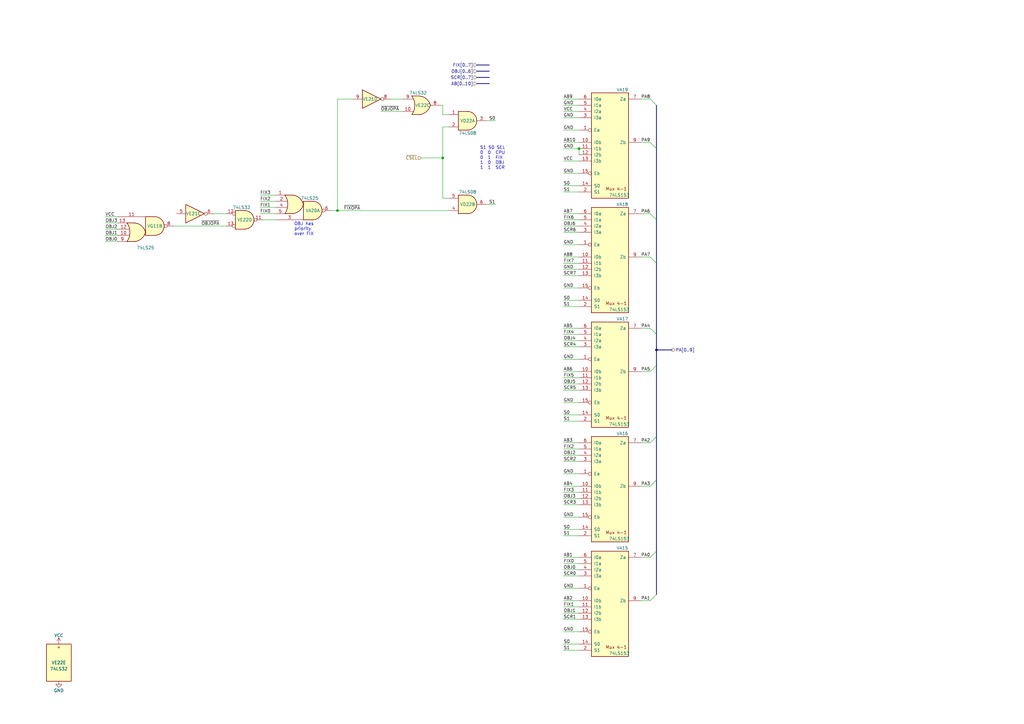
<source format=kicad_sch>
(kicad_sch (version 20231120) (generator "eeschema") (generator_version "8.0")
  (paper "A3")
  (title_block (date "2024-10-12") (company "JOTEGO") (comment 1 "Jose Tejada"))
  (lib_symbols
    (symbol "jt74:74LS04" (pin_names (offset 1.016))
      (property "Reference" "U" (at 0 1.27 0))
      (property "Value" "74LS04" (at 0 -1.27 0))
      (symbol "74LS04_1_0"
        (polyline (pts (xy -3.81 3.81) (xy -3.81 -3.81) (xy 3.81 0) (xy -3.81 3.81)) (stroke (width 0.254)) (fill (type background)))
        (pin input line (at -7.62 0 0) (length 3.81) (name "~") (number "1"))
        (pin output inverted (at 7.62 0 180) (length 3.81) (name "~") (number "2"))
      )
      (symbol "74LS04_2_0"
        (polyline (pts (xy -3.81 3.81) (xy -3.81 -3.81) (xy 3.81 0) (xy -3.81 3.81)) (stroke (width 0.254)) (fill (type background)))
        (pin input line (at -7.62 0 0) (length 3.81) (name "~") (number "3"))
        (pin output inverted (at 7.62 0 180) (length 3.81) (name "~") (number "4"))
      )
      (symbol "74LS04_3_0"
        (polyline (pts (xy -3.81 3.81) (xy -3.81 -3.81) (xy 3.81 0) (xy -3.81 3.81)) (stroke (width 0.254)) (fill (type background)))
        (pin input line (at -7.62 0 0) (length 3.81) (name "~") (number "5"))
        (pin output inverted (at 7.62 0 180) (length 3.81) (name "~") (number "6"))
      )
      (symbol "74LS04_4_0"
        (polyline (pts (xy -3.81 3.81) (xy -3.81 -3.81) (xy 3.81 0) (xy -3.81 3.81)) (stroke (width 0.254)) (fill (type background)))
        (pin output inverted (at 7.62 0 180) (length 3.81) (name "~") (number "8"))
        (pin input line (at -7.62 0 0) (length 3.81) (name "~") (number "9"))
      )
      (symbol "74LS04_5_0"
        (polyline (pts (xy -3.81 3.81) (xy -3.81 -3.81) (xy 3.81 0) (xy -3.81 3.81)) (stroke (width 0.254)) (fill (type background)))
        (pin output inverted (at 7.62 0 180) (length 3.81) (name "~") (number "10"))
        (pin input line (at -7.62 0 0) (length 3.81) (name "~") (number "11"))
      )
      (symbol "74LS04_6_0"
        (polyline (pts (xy -3.81 3.81) (xy -3.81 -3.81) (xy 3.81 0) (xy -3.81 3.81)) (stroke (width 0.254)) (fill (type background)))
        (pin output inverted (at 7.62 0 180) (length 3.81) (name "~") (number "12"))
        (pin input line (at -7.62 0 0) (length 3.81) (name "~") (number "13"))
      )
      (symbol "74LS04_7_0"
        (pin power_in line (at 0 7.62 270) (length 5.08) hide (name "VCC") (number "14"))
        (pin power_in line (at 0 -7.62 90) (length 5.08) hide (name "VSS") (number "7"))
      )
      (symbol "74LS04_7_1"
        (rectangle (start -5.08 7.62) (end 5.08 -7.62) (stroke (width 0.254)) (fill (type background)))
        (text "+" (at 0 6.35 0) (effects (font (size 1.27 1.27))))
      )
    )
    (symbol "jt74:74LS08" (pin_names (offset 1.016))
      (property "Reference" "U" (at 0 1.27 0))
      (property "Value" "74LS08" (at 0 -1.27 0))
      (symbol "74LS08_1_1"
        (arc (start 0 -3.81) (mid 3.7934 0) (end 0 3.81) (stroke (width 0.254)) (fill (type background)))
        (polyline (pts (xy 0 3.81) (xy -3.81 3.81) (xy -3.81 -3.81) (xy 0 -3.81)) (stroke (width 0.254)) (fill (type background)))
        (pin input line (at -7.62 2.54 0) (length 3.81) (name "~") (number "1"))
        (pin input line (at -7.62 -2.54 0) (length 3.81) (name "~") (number "2"))
        (pin output line (at 7.62 0 180) (length 3.81) (name "~") (number "3"))
      )
      (symbol "74LS08_1_2"
        (arc (start -3.81 -3.81) (mid -2.589 0) (end -3.81 3.81) (stroke (width 0.254)))
        (arc (start -0.6096 -3.81) (mid 2.1842 -2.5851) (end 3.81 0) (stroke (width 0.254)) (fill (type background)))
        (polyline (pts (xy -3.81 -3.81) (xy -0.635 -3.81)) (stroke (width 0.254)) (fill (type background)))
        (polyline (pts (xy -3.81 3.81) (xy -0.635 3.81)) (stroke (width 0.254)) (fill (type background)))
        (polyline (pts (xy -0.635 3.81) (xy -3.81 3.81) (xy -3.81 3.81) (xy -3.556 3.4036) (xy -3.0226 2.2606) (xy -2.6924 1.0414) (xy -2.6162 -0.254) (xy -2.7686 -1.4986) (xy -3.175 -2.7178) (xy -3.81 -3.81) (xy -3.81 -3.81) (xy -0.635 -3.81)) (stroke (width -25.4)) (fill (type background)))
        (arc (start 3.81 0) (mid 2.1915 2.5936) (end -0.6096 3.81) (stroke (width 0.254)) (fill (type background)))
        (pin input inverted (at -7.62 2.54 0) (length 4.318) (name "~") (number "1"))
        (pin input inverted (at -7.62 -2.54 0) (length 4.318) (name "~") (number "2"))
        (pin output inverted (at 7.62 0 180) (length 3.81) (name "~") (number "3"))
      )
      (symbol "74LS08_2_1"
        (arc (start 0 -3.81) (mid 3.7934 0) (end 0 3.81) (stroke (width 0.254)) (fill (type background)))
        (polyline (pts (xy 0 3.81) (xy -3.81 3.81) (xy -3.81 -3.81) (xy 0 -3.81)) (stroke (width 0.254)) (fill (type background)))
        (pin input line (at -7.62 2.54 0) (length 3.81) (name "~") (number "4"))
        (pin input line (at -7.62 -2.54 0) (length 3.81) (name "~") (number "5"))
        (pin output line (at 7.62 0 180) (length 3.81) (name "~") (number "6"))
      )
      (symbol "74LS08_2_2"
        (arc (start -3.81 -3.81) (mid -2.589 0) (end -3.81 3.81) (stroke (width 0.254)))
        (arc (start -0.6096 -3.81) (mid 2.1842 -2.5851) (end 3.81 0) (stroke (width 0.254)) (fill (type background)))
        (polyline (pts (xy -3.81 -3.81) (xy -0.635 -3.81)) (stroke (width 0.254)) (fill (type background)))
        (polyline (pts (xy -3.81 3.81) (xy -0.635 3.81)) (stroke (width 0.254)) (fill (type background)))
        (polyline (pts (xy -0.635 3.81) (xy -3.81 3.81) (xy -3.81 3.81) (xy -3.556 3.4036) (xy -3.0226 2.2606) (xy -2.6924 1.0414) (xy -2.6162 -0.254) (xy -2.7686 -1.4986) (xy -3.175 -2.7178) (xy -3.81 -3.81) (xy -3.81 -3.81) (xy -0.635 -3.81)) (stroke (width -25.4)) (fill (type background)))
        (arc (start 3.81 0) (mid 2.1915 2.5936) (end -0.6096 3.81) (stroke (width 0.254)) (fill (type background)))
        (pin input inverted (at -7.62 2.54 0) (length 4.318) (name "~") (number "4"))
        (pin input inverted (at -7.62 -2.54 0) (length 4.318) (name "~") (number "5"))
        (pin output inverted (at 7.62 0 180) (length 3.81) (name "~") (number "6"))
      )
      (symbol "74LS08_3_1"
        (arc (start 0 -3.81) (mid 3.7934 0) (end 0 3.81) (stroke (width 0.254)) (fill (type background)))
        (polyline (pts (xy 0 3.81) (xy -3.81 3.81) (xy -3.81 -3.81) (xy 0 -3.81)) (stroke (width 0.254)) (fill (type background)))
        (pin input line (at -7.62 -2.54 0) (length 3.81) (name "~") (number "10"))
        (pin output line (at 7.62 0 180) (length 3.81) (name "~") (number "8"))
        (pin input line (at -7.62 2.54 0) (length 3.81) (name "~") (number "9"))
      )
      (symbol "74LS08_3_2"
        (arc (start -3.81 -3.81) (mid -2.589 0) (end -3.81 3.81) (stroke (width 0.254)))
        (arc (start -0.6096 -3.81) (mid 2.1842 -2.5851) (end 3.81 0) (stroke (width 0.254)) (fill (type background)))
        (polyline (pts (xy -3.81 -3.81) (xy -0.635 -3.81)) (stroke (width 0.254)) (fill (type background)))
        (polyline (pts (xy -3.81 3.81) (xy -0.635 3.81)) (stroke (width 0.254)) (fill (type background)))
        (polyline (pts (xy -0.635 3.81) (xy -3.81 3.81) (xy -3.81 3.81) (xy -3.556 3.4036) (xy -3.0226 2.2606) (xy -2.6924 1.0414) (xy -2.6162 -0.254) (xy -2.7686 -1.4986) (xy -3.175 -2.7178) (xy -3.81 -3.81) (xy -3.81 -3.81) (xy -0.635 -3.81)) (stroke (width -25.4)) (fill (type background)))
        (arc (start 3.81 0) (mid 2.1915 2.5936) (end -0.6096 3.81) (stroke (width 0.254)) (fill (type background)))
        (pin input inverted (at -7.62 -2.54 0) (length 4.318) (name "~") (number "10"))
        (pin output inverted (at 7.62 0 180) (length 3.81) (name "~") (number "8"))
        (pin input inverted (at -7.62 2.54 0) (length 4.318) (name "~") (number "9"))
      )
      (symbol "74LS08_4_1"
        (arc (start 0 -3.81) (mid 3.7934 0) (end 0 3.81) (stroke (width 0.254)) (fill (type background)))
        (polyline (pts (xy 0 3.81) (xy -3.81 3.81) (xy -3.81 -3.81) (xy 0 -3.81)) (stroke (width 0.254)) (fill (type background)))
        (pin output line (at 7.62 0 180) (length 3.81) (name "~") (number "11"))
        (pin input line (at -7.62 2.54 0) (length 3.81) (name "~") (number "12"))
        (pin input line (at -7.62 -2.54 0) (length 3.81) (name "~") (number "13"))
      )
      (symbol "74LS08_4_2"
        (arc (start -3.81 -3.81) (mid -2.589 0) (end -3.81 3.81) (stroke (width 0.254)))
        (arc (start -0.6096 -3.81) (mid 2.1842 -2.5851) (end 3.81 0) (stroke (width 0.254)) (fill (type background)))
        (polyline (pts (xy -3.81 -3.81) (xy -0.635 -3.81)) (stroke (width 0.254)) (fill (type background)))
        (polyline (pts (xy -3.81 3.81) (xy -0.635 3.81)) (stroke (width 0.254)) (fill (type background)))
        (polyline (pts (xy -0.635 3.81) (xy -3.81 3.81) (xy -3.81 3.81) (xy -3.556 3.4036) (xy -3.0226 2.2606) (xy -2.6924 1.0414) (xy -2.6162 -0.254) (xy -2.7686 -1.4986) (xy -3.175 -2.7178) (xy -3.81 -3.81) (xy -3.81 -3.81) (xy -0.635 -3.81)) (stroke (width -25.4)) (fill (type background)))
        (arc (start 3.81 0) (mid 2.1915 2.5936) (end -0.6096 3.81) (stroke (width 0.254)) (fill (type background)))
        (pin output inverted (at 7.62 0 180) (length 3.81) (name "~") (number "11"))
        (pin input inverted (at -7.62 2.54 0) (length 4.318) (name "~") (number "12"))
        (pin input inverted (at -7.62 -2.54 0) (length 4.318) (name "~") (number "13"))
      )
      (symbol "74LS08_5_0"
        (pin power_in line (at 0 7.62 270) (length 5.08) hide (name "VCC") (number "14"))
        (pin power_in line (at 0 -7.62 90) (length 5.08) hide (name "VSS") (number "7"))
      )
      (symbol "74LS08_5_1"
        (rectangle (start -5.08 7.62) (end 5.08 -7.62) (stroke (width 0.254)) (fill (type background)))
        (text "+" (at 0 6.35 0) (effects (font (size 1.27 1.27))))
      )
    )
    (symbol "jt74:74LS153" (pin_names (offset 1.016))
      (property "Reference" "U" (at 0 5.08 0))
      (property "Value" "74LS153" (at 2.54 -21.59 0))
      (symbol "74LS153_0_0"
        (text "Mux 4-1" (at 2.54 -19.05 0) (effects (font (size 1.27 1.27))))
      )
      (symbol "74LS153_1_0"
        (pin input inverted (at -12.7 5.08 0) (length 5.08) (name "Ea") (number "1"))
        (pin input line (at -12.7 0 0) (length 5.08) (name "I0b") (number "10"))
        (pin input line (at -12.7 -2.54 0) (length 5.08) (name "I1b") (number "11"))
        (pin input line (at -12.7 -5.08 0) (length 5.08) (name "I2b") (number "12"))
        (pin input line (at -12.7 -7.62 0) (length 5.08) (name "I3b") (number "13"))
        (pin input line (at -12.7 -17.78 0) (length 5.08) (name "S0") (number "14"))
        (pin input inverted (at -12.7 -12.7 0) (length 5.08) (name "Eb") (number "15"))
        (pin input line (at -12.7 -20.32 0) (length 5.08) (name "S1") (number "2"))
        (pin input line (at -12.7 10.16 0) (length 5.08) (name "I3a") (number "3"))
        (pin input line (at -12.7 12.7 0) (length 5.08) (name "I2a") (number "4"))
        (pin input line (at -12.7 15.24 0) (length 5.08) (name "I1a") (number "5"))
        (pin input line (at -12.7 17.78 0) (length 5.08) (name "I0a") (number "6"))
        (pin output line (at 12.7 17.78 180) (length 5.08) (name "Za") (number "7"))
        (pin output line (at 12.7 0 180) (length 5.08) (name "Zb") (number "9"))
      )
      (symbol "74LS153_1_1"
        (rectangle (start -7.62 20.32) (end 7.62 -22.86) (stroke (width 0.254)) (fill (type background)))
      )
    )
    (symbol "jt74:74LS25" (pin_names (offset 1.016))
      (property "Reference" "U" (at 0 1.016 0))
      (property "Value" "74LS25" (at 0 -1.016 0))
      (symbol "74LS25_1_0"
        (pin input line (at -10.16 5.08 0) (length 3.81) (name "~") (number "1"))
        (pin input line (at -10.16 2.54 0) (length 4.826) (name "~") (number "2"))
        (pin input line (at -10.16 0 0) (length 4.826) (name "~") (number "4"))
        (pin input line (at -10.16 -2.54 0) (length 3.81) (name "~") (number "5"))
      )
      (symbol "74LS25_1_1"
        (arc (start -6.35 -2.54) (mid -5.129 1.27) (end -6.35 5.08) (stroke (width 0.254)))
        (arc (start -3.1496 -2.54) (mid -0.3545 -1.314) (end 1.27 1.27) (stroke (width 0.254)) (fill (type background)))
        (polyline (pts (xy -6.35 -2.54) (xy -3.175 -2.54)) (stroke (width 0.254)) (fill (type background)))
        (polyline (pts (xy -6.35 5.08) (xy -3.175 5.08)) (stroke (width 0.254)) (fill (type background)))
        (polyline (pts (xy 5.08 2.54) (xy 1.27 2.54) (xy 1.27 -5.08) (xy 5.08 -5.08)) (stroke (width 0.254)) (fill (type background)))
        (polyline (pts (xy -3.175 5.08) (xy -6.35 5.08) (xy -6.35 5.08) (xy -6.096 4.6736) (xy -5.5626 3.5306) (xy -5.2324 2.3114) (xy -5.1562 1.016) (xy -5.3086 -0.2286) (xy -5.715 -1.4478) (xy -6.35 -2.54) (xy -6.35 -2.54) (xy -3.175 -2.54)) (stroke (width -25.4)) (fill (type background)))
        (arc (start 1.27 1.27) (mid -0.3472 3.8625) (end -3.1496 5.08) (stroke (width 0.254)) (fill (type background)))
        (arc (start 5.08 -5.08) (mid 8.8734 -1.27) (end 5.08 2.54) (stroke (width 0.254)) (fill (type background)))
        (pin input line (at -10.16 -5.08 0) (length 11.43) (name "~") (number "3"))
        (pin output inverted (at 12.7 -1.27 180) (length 3.81) (name "~") (number "6"))
      )
      (symbol "74LS25_1_2"
        (arc (start 0 -3.81) (mid 3.7934 0) (end 0 3.81) (stroke (width 0.254)) (fill (type background)))
        (polyline (pts (xy 0 3.81) (xy -3.81 3.81) (xy -3.81 -3.81) (xy 0 -3.81)) (stroke (width 0.254)) (fill (type background)))
        (pin output line (at 7.62 0 180) (length 3.81) (name "~") (number "1"))
        (pin input inverted (at -7.62 2.54 0) (length 3.81) (name "~") (number "2"))
        (pin input inverted (at -7.62 -2.54 0) (length 3.81) (name "~") (number "3"))
      )
      (symbol "74LS25_2_0"
        (pin input line (at -10.16 2.54 0) (length 4.826) (name "~") (number "10"))
        (pin input line (at -10.16 0 0) (length 4.826) (name "~") (number "12"))
        (pin input line (at -10.16 -2.54 0) (length 3.81) (name "~") (number "13"))
        (pin input line (at -10.16 5.08 0) (length 3.81) (name "~") (number "9"))
      )
      (symbol "74LS25_2_1"
        (arc (start -6.35 -2.54) (mid -5.129 1.27) (end -6.35 5.08) (stroke (width 0.254)))
        (arc (start -3.1496 -2.54) (mid -0.3545 -1.314) (end 1.27 1.27) (stroke (width 0.254)) (fill (type background)))
        (polyline (pts (xy -6.35 -2.54) (xy -3.175 -2.54)) (stroke (width 0.254)) (fill (type background)))
        (polyline (pts (xy -6.35 5.08) (xy -3.175 5.08)) (stroke (width 0.254)) (fill (type background)))
        (polyline (pts (xy 5.08 2.54) (xy 1.27 2.54) (xy 1.27 -5.08) (xy 5.08 -5.08)) (stroke (width 0.254)) (fill (type background)))
        (polyline (pts (xy -3.175 5.08) (xy -6.35 5.08) (xy -6.35 5.08) (xy -6.096 4.6736) (xy -5.5626 3.5306) (xy -5.2324 2.3114) (xy -5.1562 1.016) (xy -5.3086 -0.2286) (xy -5.715 -1.4478) (xy -6.35 -2.54) (xy -6.35 -2.54) (xy -3.175 -2.54)) (stroke (width -25.4)) (fill (type background)))
        (arc (start 1.27 1.27) (mid -0.3472 3.8625) (end -3.1496 5.08) (stroke (width 0.254)) (fill (type background)))
        (arc (start 5.08 -5.08) (mid 8.8734 -1.27) (end 5.08 2.54) (stroke (width 0.254)) (fill (type background)))
        (pin input line (at -10.16 -5.08 0) (length 11.43) (name "~") (number "11"))
        (pin output inverted (at 12.7 -1.27 180) (length 3.81) (name "~") (number "8"))
      )
      (symbol "74LS25_2_2"
        (arc (start 0 -3.81) (mid 3.7934 0) (end 0 3.81) (stroke (width 0.254)) (fill (type background)))
        (polyline (pts (xy 0 3.81) (xy -3.81 3.81) (xy -3.81 -3.81) (xy 0 -3.81)) (stroke (width 0.254)) (fill (type background)))
        (pin output line (at 7.62 0 180) (length 3.81) (name "~") (number "4"))
        (pin input inverted (at -7.62 2.54 0) (length 3.81) (name "~") (number "5"))
        (pin input inverted (at -7.62 -2.54 0) (length 3.81) (name "~") (number "6"))
      )
      (symbol "74LS25_3_0"
        (pin power_in line (at 0 7.62 270) (length 5.08) hide (name "VCC") (number "14"))
        (pin power_in line (at 0 -7.62 90) (length 5.08) hide (name "GND") (number "7"))
      )
      (symbol "74LS25_3_1"
        (rectangle (start -5.08 7.62) (end 5.08 -7.62) (stroke (width 0.254)) (fill (type background)))
        (text "+" (at 0 6.35 0) (effects (font (size 1.27 1.27))))
      )
      (symbol "74LS25_3_2"
        (arc (start 0 -3.81) (mid 3.7934 0) (end 0 3.81) (stroke (width 0.254)) (fill (type background)))
        (polyline (pts (xy 0 3.81) (xy -3.81 3.81) (xy -3.81 -3.81) (xy 0 -3.81)) (stroke (width 0.254)) (fill (type background)))
        (pin output line (at 7.62 0 180) (length 3.81) (name "~") (number "10"))
        (pin input inverted (at -7.62 2.54 0) (length 3.81) (name "~") (number "8"))
        (pin input inverted (at -7.62 -2.54 0) (length 3.81) (name "~") (number "9"))
      )
    )
    (symbol "jt74:74LS32" (pin_names (offset 1.016))
      (property "Reference" "U" (at 0 1.27 0))
      (property "Value" "74LS32" (at 0 -1.27 0))
      (symbol "74LS32_1_1"
        (arc (start -3.81 -3.81) (mid -2.589 0) (end -3.81 3.81) (stroke (width 0.254)))
        (arc (start -0.6096 -3.81) (mid 2.1842 -2.5851) (end 3.81 0) (stroke (width 0.254)) (fill (type background)))
        (polyline (pts (xy -3.81 -3.81) (xy -0.635 -3.81)) (stroke (width 0.254)) (fill (type background)))
        (polyline (pts (xy -3.81 3.81) (xy -0.635 3.81)) (stroke (width 0.254)) (fill (type background)))
        (polyline (pts (xy -0.635 3.81) (xy -3.81 3.81) (xy -3.81 3.81) (xy -3.556 3.4036) (xy -3.0226 2.2606) (xy -2.6924 1.0414) (xy -2.6162 -0.254) (xy -2.7686 -1.4986) (xy -3.175 -2.7178) (xy -3.81 -3.81) (xy -3.81 -3.81) (xy -0.635 -3.81)) (stroke (width -25.4)) (fill (type background)))
        (arc (start 3.81 0) (mid 2.1915 2.5936) (end -0.6096 3.81) (stroke (width 0.254)) (fill (type background)))
        (pin input line (at -7.62 2.54 0) (length 4.318) (name "~") (number "1"))
        (pin input line (at -7.62 -2.54 0) (length 4.318) (name "~") (number "2"))
        (pin output line (at 7.62 0 180) (length 3.81) (name "~") (number "3"))
      )
      (symbol "74LS32_1_2"
        (arc (start 0 -3.81) (mid 3.7934 0) (end 0 3.81) (stroke (width 0.254)) (fill (type background)))
        (polyline (pts (xy 0 3.81) (xy -3.81 3.81) (xy -3.81 -3.81) (xy 0 -3.81)) (stroke (width 0.254)) (fill (type background)))
        (pin input inverted (at -7.62 2.54 0) (length 3.81) (name "~") (number "1"))
        (pin input inverted (at -7.62 -2.54 0) (length 3.81) (name "~") (number "2"))
        (pin output inverted (at 7.62 0 180) (length 3.81) (name "~") (number "3"))
      )
      (symbol "74LS32_2_1"
        (arc (start -3.81 -3.81) (mid -2.589 0) (end -3.81 3.81) (stroke (width 0.254)))
        (arc (start -0.6096 -3.81) (mid 2.1842 -2.5851) (end 3.81 0) (stroke (width 0.254)) (fill (type background)))
        (polyline (pts (xy -3.81 -3.81) (xy -0.635 -3.81)) (stroke (width 0.254)) (fill (type background)))
        (polyline (pts (xy -3.81 3.81) (xy -0.635 3.81)) (stroke (width 0.254)) (fill (type background)))
        (polyline (pts (xy -0.635 3.81) (xy -3.81 3.81) (xy -3.81 3.81) (xy -3.556 3.4036) (xy -3.0226 2.2606) (xy -2.6924 1.0414) (xy -2.6162 -0.254) (xy -2.7686 -1.4986) (xy -3.175 -2.7178) (xy -3.81 -3.81) (xy -3.81 -3.81) (xy -0.635 -3.81)) (stroke (width -25.4)) (fill (type background)))
        (arc (start 3.81 0) (mid 2.1915 2.5936) (end -0.6096 3.81) (stroke (width 0.254)) (fill (type background)))
        (pin input line (at -7.62 2.54 0) (length 4.318) (name "~") (number "4"))
        (pin input line (at -7.62 -2.54 0) (length 4.318) (name "~") (number "5"))
        (pin output line (at 7.62 0 180) (length 3.81) (name "~") (number "6"))
      )
      (symbol "74LS32_2_2"
        (arc (start 0 -3.81) (mid 3.7934 0) (end 0 3.81) (stroke (width 0.254)) (fill (type background)))
        (polyline (pts (xy 0 3.81) (xy -3.81 3.81) (xy -3.81 -3.81) (xy 0 -3.81)) (stroke (width 0.254)) (fill (type background)))
        (pin input inverted (at -7.62 2.54 0) (length 3.81) (name "~") (number "4"))
        (pin input inverted (at -7.62 -2.54 0) (length 3.81) (name "~") (number "5"))
        (pin output inverted (at 7.62 0 180) (length 3.81) (name "~") (number "6"))
      )
      (symbol "74LS32_3_1"
        (arc (start -3.81 -3.81) (mid -2.589 0) (end -3.81 3.81) (stroke (width 0.254)))
        (arc (start -0.6096 -3.81) (mid 2.1842 -2.5851) (end 3.81 0) (stroke (width 0.254)) (fill (type background)))
        (polyline (pts (xy -3.81 -3.81) (xy -0.635 -3.81)) (stroke (width 0.254)) (fill (type background)))
        (polyline (pts (xy -3.81 3.81) (xy -0.635 3.81)) (stroke (width 0.254)) (fill (type background)))
        (polyline (pts (xy -0.635 3.81) (xy -3.81 3.81) (xy -3.81 3.81) (xy -3.556 3.4036) (xy -3.0226 2.2606) (xy -2.6924 1.0414) (xy -2.6162 -0.254) (xy -2.7686 -1.4986) (xy -3.175 -2.7178) (xy -3.81 -3.81) (xy -3.81 -3.81) (xy -0.635 -3.81)) (stroke (width -25.4)) (fill (type background)))
        (arc (start 3.81 0) (mid 2.1915 2.5936) (end -0.6096 3.81) (stroke (width 0.254)) (fill (type background)))
        (pin input line (at -7.62 -2.54 0) (length 4.318) (name "~") (number "10"))
        (pin output line (at 7.62 0 180) (length 3.81) (name "~") (number "8"))
        (pin input line (at -7.62 2.54 0) (length 4.318) (name "~") (number "9"))
      )
      (symbol "74LS32_3_2"
        (arc (start 0 -3.81) (mid 3.7934 0) (end 0 3.81) (stroke (width 0.254)) (fill (type background)))
        (polyline (pts (xy 0 3.81) (xy -3.81 3.81) (xy -3.81 -3.81) (xy 0 -3.81)) (stroke (width 0.254)) (fill (type background)))
        (pin input inverted (at -7.62 -2.54 0) (length 3.81) (name "~") (number "10"))
        (pin output inverted (at 7.62 0 180) (length 3.81) (name "~") (number "8"))
        (pin input inverted (at -7.62 2.54 0) (length 3.81) (name "~") (number "9"))
      )
      (symbol "74LS32_4_1"
        (arc (start -3.81 -3.81) (mid -2.589 0) (end -3.81 3.81) (stroke (width 0.254)))
        (arc (start -0.6096 -3.81) (mid 2.1842 -2.5851) (end 3.81 0) (stroke (width 0.254)) (fill (type background)))
        (polyline (pts (xy -3.81 -3.81) (xy -0.635 -3.81)) (stroke (width 0.254)) (fill (type background)))
        (polyline (pts (xy -3.81 3.81) (xy -0.635 3.81)) (stroke (width 0.254)) (fill (type background)))
        (polyline (pts (xy -0.635 3.81) (xy -3.81 3.81) (xy -3.81 3.81) (xy -3.556 3.4036) (xy -3.0226 2.2606) (xy -2.6924 1.0414) (xy -2.6162 -0.254) (xy -2.7686 -1.4986) (xy -3.175 -2.7178) (xy -3.81 -3.81) (xy -3.81 -3.81) (xy -0.635 -3.81)) (stroke (width -25.4)) (fill (type background)))
        (arc (start 3.81 0) (mid 2.1915 2.5936) (end -0.6096 3.81) (stroke (width 0.254)) (fill (type background)))
        (pin output line (at 7.62 0 180) (length 3.81) (name "~") (number "11"))
        (pin input line (at -7.62 2.54 0) (length 4.318) (name "~") (number "12"))
        (pin input line (at -7.62 -2.54 0) (length 4.318) (name "~") (number "13"))
      )
      (symbol "74LS32_4_2"
        (arc (start 0 -3.81) (mid 3.7934 0) (end 0 3.81) (stroke (width 0.254)) (fill (type background)))
        (polyline (pts (xy 0 3.81) (xy -3.81 3.81) (xy -3.81 -3.81) (xy 0 -3.81)) (stroke (width 0.254)) (fill (type background)))
        (pin output inverted (at 7.62 0 180) (length 3.81) (name "~") (number "11"))
        (pin input inverted (at -7.62 2.54 0) (length 3.81) (name "~") (number "12"))
        (pin input inverted (at -7.62 -2.54 0) (length 3.81) (name "~") (number "13"))
      )
      (symbol "74LS32_5_0"
        (pin power_in line (at 0 7.62 270) (length 5.08) hide (name "VCC") (number "14"))
        (pin power_in line (at 0 -7.62 90) (length 5.08) hide (name "VSS") (number "7"))
      )
      (symbol "74LS32_5_1"
        (rectangle (start -5.08 7.62) (end 5.08 -7.62) (stroke (width 0.254)) (fill (type background)))
        (text "+" (at 0 6.35 0) (effects (font (size 1.27 1.27))))
      )
    )
    (symbol "power:GND" (power) (pin_numbers hide) (pin_names (offset 0) hide)
      (property "Value" "GND" (at 0 -3.81 0))
      (symbol "GND_0_1"
        (polyline (pts (xy 0 0) (xy 0 -1.27) (xy 1.27 -1.27) (xy 0 -2.54) (xy -1.27 -1.27) (xy 0 -1.27)))
      )
      (symbol "GND_1_1"
        (pin power_in line (at 0 0 270) (length 0) (name "~") (number "1"))
      )
    )
    (symbol "power:VCC" (power) (pin_numbers hide) (pin_names (offset 0) hide)
      (property "Value" "VCC" (at 0 3.556 0))
      (symbol "VCC_0_1"
        (polyline (pts (xy -0.762 1.27) (xy 0 2.54)))
        (polyline (pts (xy 0 0) (xy 0 2.54)))
        (polyline (pts (xy 0 2.54) (xy 0.762 1.27)))
      )
      (symbol "VCC_1_1"
        (pin power_in line (at 0 0 90) (length 0) (name "~") (number "1"))
      )
    )
  )
  (junction (at 237.49 60.96))
  (junction (at 181.61 64.77))
  (junction (at 269.24 143.51))
  (junction (at 138.43 86.36))
  (bus_entry (at 266.7 181.61) (size 2.54 -2.54))
  (bus_entry (at 266.7 87.63) (size 2.54 2.54))
  (bus_entry (at 266.7 40.64) (size 2.54 2.54))
  (bus_entry (at 266.7 246.38) (size 2.54 -2.54))
  (bus_entry (at 266.7 134.62) (size 2.54 2.54))
  (bus_entry (at 266.7 152.4) (size 2.54 -2.54))
  (bus_entry (at 266.7 58.42) (size 2.54 2.54))
  (bus_entry (at 266.7 228.6) (size 2.54 -2.54))
  (bus_entry (at 266.7 105.41) (size 2.54 2.54))
  (bus_entry (at 266.7 199.39) (size 2.54 -2.54))
  (wire (pts (xy 156.21 45.72) (xy 165.1 45.72)))
  (wire (pts (xy 231.14 142.24) (xy 237.49 142.24)))
  (wire (pts (xy 106.68 85.09) (xy 113.03 85.09)))
  (wire (pts (xy 231.14 181.61) (xy 237.49 181.61)))
  (wire (pts (xy 181.61 64.77) (xy 172.72 64.77)))
  (wire (pts (xy 231.14 219.71) (xy 237.49 219.71)))
  (wire (pts (xy 181.61 46.99) (xy 184.15 46.99)))
  (wire (pts (xy 231.14 87.63) (xy 237.49 87.63)))
  (bus (pts (xy 269.24 179.07) (xy 269.24 196.85)))
  (wire (pts (xy 262.89 58.42) (xy 266.7 58.42)))
  (wire (pts (xy 231.14 95.25) (xy 237.49 95.25)))
  (bus (pts (xy 269.24 143.51) (xy 275.59 143.51)))
  (wire (pts (xy 231.14 154.94) (xy 237.49 154.94)))
  (wire (pts (xy 231.14 266.7) (xy 237.49 266.7)))
  (wire (pts (xy 231.14 78.74) (xy 237.49 78.74)))
  (wire (pts (xy 184.15 52.07) (xy 181.61 52.07)))
  (wire (pts (xy 231.14 134.62) (xy 237.49 134.62)))
  (wire (pts (xy 231.14 186.69) (xy 237.49 186.69)))
  (wire (pts (xy 231.14 137.16) (xy 237.49 137.16)))
  (wire (pts (xy 231.14 90.17) (xy 237.49 90.17)))
  (wire (pts (xy 87.63 87.63) (xy 92.71 87.63)))
  (wire (pts (xy 231.14 71.12) (xy 237.49 71.12)))
  (wire (pts (xy 262.89 152.4) (xy 266.7 152.4)))
  (bus (pts (xy 269.24 60.96) (xy 269.24 90.17)))
  (wire (pts (xy 231.14 58.42) (xy 237.49 58.42)))
  (wire (pts (xy 262.89 40.64) (xy 266.7 40.64)))
  (wire (pts (xy 231.14 201.93) (xy 237.49 201.93)))
  (wire (pts (xy 231.14 152.4) (xy 237.49 152.4)))
  (wire (pts (xy 262.89 181.61) (xy 266.7 181.61)))
  (wire (pts (xy 160.02 40.64) (xy 165.1 40.64)))
  (wire (pts (xy 231.14 212.09) (xy 237.49 212.09)))
  (bus (pts (xy 269.24 226.06) (xy 269.24 243.84)))
  (wire (pts (xy 231.14 113.03) (xy 237.49 113.03)))
  (wire (pts (xy 231.14 110.49) (xy 237.49 110.49)))
  (wire (pts (xy 231.14 40.64) (xy 237.49 40.64)))
  (wire (pts (xy 181.61 64.77) (xy 181.61 81.28)))
  (wire (pts (xy 231.14 194.31) (xy 237.49 194.31)))
  (wire (pts (xy 231.14 125.73) (xy 237.49 125.73)))
  (wire (pts (xy 231.14 236.22) (xy 237.49 236.22)))
  (wire (pts (xy 231.14 248.92) (xy 237.49 248.92)))
  (wire (pts (xy 181.61 52.07) (xy 181.61 64.77)))
  (wire (pts (xy 231.14 45.72) (xy 237.49 45.72)))
  (bus (pts (xy 195.58 34.29) (xy 200.66 34.29)))
  (bus (pts (xy 195.58 31.75) (xy 200.66 31.75)))
  (bus (pts (xy 269.24 149.86) (xy 269.24 179.07)))
  (wire (pts (xy 181.61 43.18) (xy 181.61 46.99)))
  (wire (pts (xy 138.43 86.36) (xy 184.15 86.36)))
  (wire (pts (xy 106.68 80.01) (xy 113.03 80.01)))
  (wire (pts (xy 231.14 165.1) (xy 237.49 165.1)))
  (wire (pts (xy 262.89 87.63) (xy 266.7 87.63)))
  (wire (pts (xy 262.89 199.39) (xy 266.7 199.39)))
  (wire (pts (xy 180.34 43.18) (xy 181.61 43.18)))
  (bus (pts (xy 269.24 196.85) (xy 269.24 226.06)))
  (wire (pts (xy 181.61 81.28) (xy 184.15 81.28)))
  (bus (pts (xy 195.58 29.21) (xy 200.66 29.21)))
  (wire (pts (xy 231.14 105.41) (xy 237.49 105.41)))
  (wire (pts (xy 138.43 40.64) (xy 138.43 86.36)))
  (wire (pts (xy 231.14 228.6) (xy 237.49 228.6)))
  (wire (pts (xy 135.89 86.36) (xy 138.43 86.36)))
  (wire (pts (xy 231.14 100.33) (xy 237.49 100.33)))
  (wire (pts (xy 231.14 204.47) (xy 237.49 204.47)))
  (wire (pts (xy 107.95 90.17) (xy 113.03 90.17)))
  (wire (pts (xy 231.14 199.39) (xy 237.49 199.39)))
  (wire (pts (xy 231.14 189.23) (xy 237.49 189.23)))
  (wire (pts (xy 144.78 40.64) (xy 138.43 40.64)))
  (wire (pts (xy 43.18 99.06) (xy 48.26 99.06)))
  (wire (pts (xy 231.14 184.15) (xy 237.49 184.15)))
  (wire (pts (xy 106.68 87.63) (xy 113.03 87.63)))
  (wire (pts (xy 199.39 49.53) (xy 203.2 49.53)))
  (wire (pts (xy 231.14 123.19) (xy 237.49 123.19)))
  (wire (pts (xy 262.89 228.6) (xy 266.7 228.6)))
  (wire (pts (xy 231.14 48.26) (xy 237.49 48.26)))
  (wire (pts (xy 231.14 66.04) (xy 237.49 66.04)))
  (wire (pts (xy 262.89 246.38) (xy 266.7 246.38)))
  (wire (pts (xy 231.14 217.17) (xy 237.49 217.17)))
  (bus (pts (xy 195.58 26.67) (xy 200.66 26.67)))
  (wire (pts (xy 199.39 83.82) (xy 203.2 83.82)))
  (wire (pts (xy 231.14 160.02) (xy 237.49 160.02)))
  (wire (pts (xy 43.18 91.44) (xy 48.26 91.44)))
  (wire (pts (xy 106.68 82.55) (xy 113.03 82.55)))
  (wire (pts (xy 231.14 241.3) (xy 237.49 241.3)))
  (wire (pts (xy 262.89 134.62) (xy 266.7 134.62)))
  (bus (pts (xy 269.24 90.17) (xy 269.24 107.95)))
  (bus (pts (xy 269.24 137.16) (xy 269.24 143.51)))
  (wire (pts (xy 231.14 231.14) (xy 237.49 231.14)))
  (wire (pts (xy 262.89 105.41) (xy 266.7 105.41)))
  (bus (pts (xy 269.24 143.51) (xy 269.24 149.86)))
  (wire (pts (xy 231.14 172.72) (xy 237.49 172.72)))
  (wire (pts (xy 231.14 251.46) (xy 237.49 251.46)))
  (wire (pts (xy 71.12 92.71) (xy 92.71 92.71)))
  (wire (pts (xy 231.14 139.7) (xy 237.49 139.7)))
  (wire (pts (xy 231.14 264.16) (xy 237.49 264.16)))
  (wire (pts (xy 231.14 170.18) (xy 237.49 170.18)))
  (wire (pts (xy 231.14 233.68) (xy 237.49 233.68)))
  (wire (pts (xy 231.14 60.96) (xy 237.49 60.96)))
  (wire (pts (xy 231.14 259.08) (xy 237.49 259.08)))
  (wire (pts (xy 231.14 246.38) (xy 237.49 246.38)))
  (wire (pts (xy 231.14 53.34) (xy 237.49 53.34)))
  (wire (pts (xy 231.14 118.11) (xy 237.49 118.11)))
  (wire (pts (xy 43.18 88.9) (xy 48.26 88.9)))
  (wire (pts (xy 43.18 96.52) (xy 48.26 96.52)))
  (wire (pts (xy 237.49 63.5) (xy 237.49 60.96)))
  (wire (pts (xy 231.14 76.2) (xy 237.49 76.2)))
  (wire (pts (xy 43.18 93.98) (xy 48.26 93.98)))
  (wire (pts (xy 231.14 207.01) (xy 237.49 207.01)))
  (wire (pts (xy 231.14 92.71) (xy 237.49 92.71)))
  (wire (pts (xy 231.14 147.32) (xy 237.49 147.32)))
  (bus (pts (xy 269.24 107.95) (xy 269.24 137.16)))
  (bus (pts (xy 269.24 43.18) (xy 269.24 60.96)))
  (wire (pts (xy 231.14 254) (xy 237.49 254)))
  (wire (pts (xy 231.14 43.18) (xy 237.49 43.18)))
  (wire (pts (xy 231.14 107.95) (xy 237.49 107.95)))
  (wire (pts (xy 231.14 157.48) (xy 237.49 157.48)))
  (text "S1 S0 SEL\n0  0  CPU\n0  1  FIX\n1  0  OBJ\n1  1  SCR" (at 196.85 64.77 0) (effects (font (size 1.27 1.27)) (justify left)))
  (text "OBJ has\npriority \nover FIX" (at 120.65 93.98 0) (effects (font (size 1.27 1.27)) (justify left)))
  (label "~{OBJOPA}" (at 156.21 45.72 0))
  (label "SCR7" (at 231.14 113.03 0))
  (label "FIX1" (at 106.68 85.09 0))
  (label "SCR3" (at 231.14 207.01 0))
  (label "S1" (at 231.14 172.72 0))
  (label "SCR0" (at 231.14 236.22 0))
  (label "S1" (at 231.14 78.74 0))
  (label "PA7" (at 266.7 105.41 180))
  (label "VCC" (at 231.14 66.04 0))
  (label "GND" (at 231.14 48.26 0))
  (label "GND" (at 231.14 194.31 0))
  (label "GND" (at 231.14 118.11 0))
  (label "AB8" (at 231.14 105.41 0))
  (label "GND" (at 231.14 71.12 0))
  (label "OBJ2" (at 231.14 186.69 0))
  (label "OBJ2" (at 43.18 93.98 0))
  (label "PA4" (at 266.7 134.62 180))
  (label "GND" (at 231.14 43.18 0))
  (label "~{FIXOPA}" (at 140.97 86.36 0))
  (label "FIX0" (at 231.14 231.14 0))
  (label "OBJ3" (at 231.14 204.47 0))
  (label "PA5" (at 266.7 152.4 180))
  (label "SCR1" (at 231.14 254 0))
  (label "GND" (at 231.14 147.32 0))
  (label "AB9" (at 231.14 40.64 0))
  (label "VCC" (at 43.18 88.9 0))
  (label "OBJ0" (at 231.14 233.68 0))
  (label "OBJ5" (at 231.14 157.48 0))
  (label "GND" (at 231.14 53.34 0))
  (label "FIX4" (at 231.14 137.16 0))
  (label "AB3" (at 231.14 181.61 0))
  (label "S0" (at 231.14 170.18 0))
  (label "PA2" (at 266.7 181.61 180))
  (label "GND" (at 231.14 165.1 0))
  (label "~{OBJOPA}" (at 82.55 92.71 0))
  (label "OBJ1" (at 231.14 251.46 0))
  (label "S0" (at 231.14 76.2 0))
  (label "FIX3" (at 106.68 80.01 0))
  (label "SCR6" (at 231.14 95.25 0))
  (label "S0" (at 231.14 264.16 0))
  (label "PA8" (at 266.7 40.64 180))
  (label "AB10" (at 231.14 58.42 0))
  (label "S1" (at 203.2 83.82 180))
  (label "GND" (at 231.14 259.08 0))
  (label "SCR5" (at 231.14 160.02 0))
  (label "OBJ3" (at 43.18 91.44 0))
  (label "S1" (at 231.14 219.71 0))
  (label "FIX5" (at 231.14 154.94 0))
  (label "S0" (at 203.2 49.53 180))
  (label "S1" (at 231.14 125.73 0))
  (label "OBJ1" (at 43.18 96.52 0))
  (label "OBJ0" (at 43.18 99.06 0))
  (label "AB5" (at 231.14 134.62 0))
  (label "GND" (at 231.14 100.33 0))
  (label "GND" (at 231.14 241.3 0))
  (label "AB6" (at 231.14 152.4 0))
  (label "AB2" (at 231.14 246.38 0))
  (label "S0" (at 231.14 217.17 0))
  (label "OBJ4" (at 231.14 139.7 0))
  (label "FIX2" (at 231.14 184.15 0))
  (label "GND" (at 231.14 110.49 0))
  (label "GND" (at 231.14 212.09 0))
  (label "FIX6" (at 231.14 90.17 0))
  (label "FIX0" (at 106.68 87.63 0))
  (label "PA0" (at 266.7 228.6 180))
  (label "VCC" (at 231.14 45.72 0))
  (label "AB1" (at 231.14 228.6 0))
  (label "FIX3" (at 231.14 201.93 0))
  (label "S1" (at 231.14 266.7 0))
  (label "AB4" (at 231.14 199.39 0))
  (label "FIX2" (at 106.68 82.55 0))
  (label "FIX7" (at 231.14 107.95 0))
  (label "AB7" (at 231.14 87.63 0))
  (label "FIX1" (at 231.14 248.92 0))
  (label "PA3" (at 266.7 199.39 180))
  (label "S0" (at 231.14 123.19 0))
  (label "OBJ6" (at 231.14 92.71 0))
  (label "PA9" (at 266.7 58.42 180))
  (label "SCR4" (at 231.14 142.24 0))
  (label "SCR2" (at 231.14 189.23 0))
  (label "GND" (at 231.14 60.96 0))
  (label "PA6" (at 266.7 87.63 180))
  (label "PA1" (at 266.7 246.38 180))
  (hierarchical_label "PA[0..9]" (shape output) (at 275.59 143.51 0))
  (hierarchical_label "SCR[0..7]" (shape input) (at 195.58 31.75 180))
  (hierarchical_label "AB[0..10]" (shape input) (at 195.58 34.29 180))
  (hierarchical_label "OBJ[0..6]" (shape input) (at 195.58 29.21 180))
  (hierarchical_label "~{CSEL}" (shape input) (at 172.72 64.77 180))
  (hierarchical_label "FIX[0..7]" (shape input) (at 195.58 26.67 180))
  (symbol (lib_id "jt74:74LS08") (at 191.77 83.82 0) (mirror x) (unit 2)
    (property "Reference" "VD22" (at 191.77 83.82 0))
    (property "Value" "74LS08" (at 191.77 78.74 0))
    (property "Datasheet" "http://www.ti.com/lit/gpn/sn74LS08" (effects (hide yes)))
    (property "Description" "Quad And2" (effects (hide yes)))
  )
  (symbol (lib_id "jt74:74LS04") (at 80.01 87.63 0) (mirror x) (unit 3)
    (property "Reference" "VE21" (at 79.375 87.63 0))
    (property "Value" "74LS04" (effects (hide yes)))
    (property "Datasheet" "http://www.ti.com/lit/gpn/sn74LS04" (effects (hide yes)))
    (property "Description" "Hex Inverter" (effects (hide yes)))
  )
  (symbol (lib_id "power:VCC") (at 24.13 264.16 0) (unit 1)
    (property "Reference" "#PWR046" (effects (hide yes)))
    (property "Value" "VCC" (at 24.13 260.604 0))
    (property "Description" "Power symbol creates a global label with name \"VCC\"" (effects (hide yes)))
  )
  (symbol (lib_id "jt74:74LS32") (at 172.72 43.18 0) (unit 3)
    (property "Reference" "VE22" (at 173.355 43.18 0))
    (property "Value" "74LS32" (at 171.45 38.1 0))
    (property "Datasheet" "http://www.ti.com/lit/gpn/sn74LS32" (effects (hide yes)))
    (property "Description" "Quad 2-input OR" (effects (hide yes)))
  )
  (symbol (lib_id "jt74:74LS153") (at 250.19 199.39 0) (unit 1)
    (property "Reference" "VA16" (at 255.27 177.8 0))
    (property "Value" "74LS153" (at 254 220.98 0))
    (property "Datasheet" "http://www.ti.com/lit/gpn/sn74LS153" (effects (hide yes)))
    (property "Description" "Dual Multiplexer 4 to 1" (effects (hide yes)))
  )
  (symbol (lib_id "power:GND") (at 24.13 279.4 0) (unit 1)
    (property "Reference" "#PWR045" (effects (hide yes)))
    (property "Value" "GND" (at 24.13 283.21 0))
    (property "Description" "Power symbol creates a global label with name \"GND\" , ground" (effects (hide yes)))
  )
  (symbol (lib_id "jt74:74LS04") (at 152.4 40.64 0) (unit 4)
    (property "Reference" "VE21" (at 151.765 40.64 0))
    (property "Value" "74LS04" (effects (hide yes)))
    (property "Datasheet" "http://www.ti.com/lit/gpn/sn74LS04" (effects (hide yes)))
    (property "Description" "Hex Inverter" (effects (hide yes)))
  )
  (symbol (lib_id "jt74:74LS153") (at 250.19 152.4 0) (unit 1)
    (property "Reference" "VA17" (at 255.27 130.81 0))
    (property "Value" "74LS153" (at 254 173.99 0))
    (property "Datasheet" "http://www.ti.com/lit/gpn/sn74LS153" (effects (hide yes)))
    (property "Description" "Dual Multiplexer 4 to 1" (effects (hide yes)))
  )
  (symbol (lib_id "jt74:74LS153") (at 250.19 58.42 0) (unit 1)
    (property "Reference" "VA19" (at 255.27 36.83 0))
    (property "Value" "74LS153" (at 254 80.01 0))
    (property "Datasheet" "http://www.ti.com/lit/gpn/sn74LS153" (effects (hide yes)))
    (property "Description" "Dual Multiplexer 4 to 1" (effects (hide yes)))
  )
  (symbol (lib_id "jt74:74LS25") (at 123.19 85.09 0) (unit 1)
    (property "Reference" "VA20" (at 128.27 86.36 0))
    (property "Value" "74LS25" (at 127 81.28 0))
    (property "Datasheet" "https://www.ti.com/lit/ds/symlink/sn7425.pdf" (effects (hide yes)))
    (property "Description" "dual 4-input nor gates with strobe" (effects (hide yes)))
  )
  (symbol (lib_id "jt74:74LS32") (at 24.13 271.78 0) (unit 5)
    (property "Reference" "VE22" (at 24.13 271.78 0))
    (property "Value" "74LS32" (at 24.13 274.32 0))
    (property "Datasheet" "http://www.ti.com/lit/gpn/sn74LS32" (effects (hide yes)))
    (property "Description" "Quad 2-input OR" (effects (hide yes)))
  )
  (symbol (lib_id "jt74:74LS153") (at 250.19 105.41 0) (unit 1)
    (property "Reference" "VA18" (at 255.27 83.82 0))
    (property "Value" "74LS153" (at 254 127 0))
    (property "Datasheet" "http://www.ti.com/lit/gpn/sn74LS153" (effects (hide yes)))
    (property "Description" "Dual Multiplexer 4 to 1" (effects (hide yes)))
  )
  (symbol (lib_id "jt74:74LS153") (at 250.19 246.38 0) (unit 1)
    (property "Reference" "VA15" (at 255.27 224.79 0))
    (property "Value" "74LS153" (at 254 267.97 0))
    (property "Datasheet" "http://www.ti.com/lit/gpn/sn74LS153" (effects (hide yes)))
    (property "Description" "Dual Multiplexer 4 to 1" (effects (hide yes)))
  )
  (symbol (lib_id "jt74:74LS25") (at 58.42 93.98 0) (mirror x) (unit 2)
    (property "Reference" "VG11" (at 63.5 92.71 0))
    (property "Value" "74LS25" (at 59.6817 101.6 0))
    (property "Datasheet" "https://www.ti.com/lit/ds/symlink/sn7425.pdf" (effects (hide yes)))
    (property "Description" "dual 4-input nor gates with strobe" (effects (hide yes)))
  )
  (symbol (lib_id "jt74:74LS32") (at 100.33 90.17 0) (unit 4) (convert 2)
    (property "Reference" "VE22" (at 100.33 90.17 0))
    (property "Value" "74LS32" (at 99.06 85.09 0))
    (property "Datasheet" "http://www.ti.com/lit/gpn/sn74LS32" (effects (hide yes)))
    (property "Description" "Quad 2-input OR" (effects (hide yes)))
  )
  (symbol (lib_id "jt74:74LS08") (at 191.77 49.53 0) (unit 1)
    (property "Reference" "VD22" (at 191.77 49.53 0))
    (property "Value" "74LS08" (at 191.77 54.61 0))
    (property "Datasheet" "http://www.ti.com/lit/gpn/sn74LS08" (effects (hide yes)))
    (property "Description" "Quad And2" (effects (hide yes)))
  )
)
</source>
